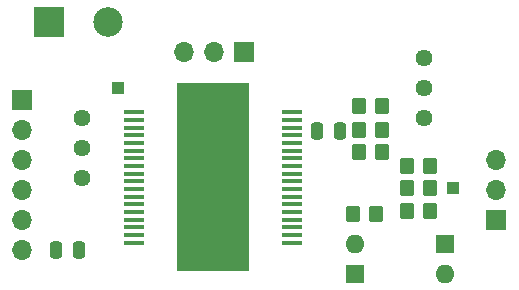
<source format=gbr>
%TF.GenerationSoftware,KiCad,Pcbnew,7.0.11+dfsg-1build4*%
%TF.CreationDate,2024-08-04T00:39:12+02:00*%
%TF.ProjectId,SmallESC,536d616c-6c45-4534-932e-6b696361645f,rev?*%
%TF.SameCoordinates,Original*%
%TF.FileFunction,Soldermask,Top*%
%TF.FilePolarity,Negative*%
%FSLAX46Y46*%
G04 Gerber Fmt 4.6, Leading zero omitted, Abs format (unit mm)*
G04 Created by KiCad (PCBNEW 7.0.11+dfsg-1build4) date 2024-08-04 00:39:12*
%MOMM*%
%LPD*%
G01*
G04 APERTURE LIST*
G04 Aperture macros list*
%AMRoundRect*
0 Rectangle with rounded corners*
0 $1 Rounding radius*
0 $2 $3 $4 $5 $6 $7 $8 $9 X,Y pos of 4 corners*
0 Add a 4 corners polygon primitive as box body*
4,1,4,$2,$3,$4,$5,$6,$7,$8,$9,$2,$3,0*
0 Add four circle primitives for the rounded corners*
1,1,$1+$1,$2,$3*
1,1,$1+$1,$4,$5*
1,1,$1+$1,$6,$7*
1,1,$1+$1,$8,$9*
0 Add four rect primitives between the rounded corners*
20,1,$1+$1,$2,$3,$4,$5,0*
20,1,$1+$1,$4,$5,$6,$7,0*
20,1,$1+$1,$6,$7,$8,$9,0*
20,1,$1+$1,$8,$9,$2,$3,0*%
G04 Aperture macros list end*
%ADD10R,2.500000X2.500000*%
%ADD11C,2.500000*%
%ADD12R,1.600000X1.600000*%
%ADD13O,1.600000X1.600000*%
%ADD14RoundRect,0.250000X-0.350000X-0.450000X0.350000X-0.450000X0.350000X0.450000X-0.350000X0.450000X0*%
%ADD15C,1.440000*%
%ADD16RoundRect,0.250000X0.350000X0.450000X-0.350000X0.450000X-0.350000X-0.450000X0.350000X-0.450000X0*%
%ADD17R,1.700000X1.700000*%
%ADD18O,1.700000X1.700000*%
%ADD19RoundRect,0.250000X-0.250000X-0.475000X0.250000X-0.475000X0.250000X0.475000X-0.250000X0.475000X0*%
%ADD20R,1.792199X0.431000*%
%ADD21R,6.197600X16.002001*%
%ADD22R,1.000000X1.000000*%
G04 APERTURE END LIST*
D10*
%TO.C,J1*%
X53086000Y-51816000D03*
D11*
X58086000Y-51816000D03*
%TD*%
D12*
%TO.C,D2*%
X86614000Y-70612000D03*
D13*
X78994000Y-70612000D03*
%TD*%
D14*
%TO.C,R6*%
X79280000Y-60960000D03*
X81280000Y-60960000D03*
%TD*%
D15*
%TO.C,RV2*%
X84836000Y-54864000D03*
X84836000Y-57404000D03*
X84836000Y-59944000D03*
%TD*%
D16*
%TO.C,R2*%
X83328000Y-65913000D03*
X85328000Y-65913000D03*
%TD*%
D17*
%TO.C,J4*%
X90932000Y-68580000D03*
D18*
X90932000Y-66040000D03*
X90932000Y-63500000D03*
%TD*%
D19*
%TO.C,C1*%
X53660000Y-71120000D03*
X55560000Y-71120000D03*
%TD*%
%TO.C,C3*%
X75758000Y-61087000D03*
X77658000Y-61087000D03*
%TD*%
D14*
%TO.C,R7*%
X79264000Y-58928000D03*
X81264000Y-58928000D03*
%TD*%
D15*
%TO.C,RV1*%
X55880000Y-59944000D03*
X55880000Y-62484000D03*
X55880000Y-65024000D03*
%TD*%
D16*
%TO.C,R1*%
X85328000Y-67818000D03*
X83328000Y-67818000D03*
%TD*%
D17*
%TO.C,J2*%
X69581000Y-54356000D03*
D18*
X67041000Y-54356000D03*
X64501000Y-54356000D03*
%TD*%
D16*
%TO.C,R3*%
X85328000Y-64008000D03*
X83328000Y-64008000D03*
%TD*%
D17*
%TO.C,J3*%
X50800000Y-58420000D03*
D18*
X50800000Y-60960000D03*
X50800000Y-63500000D03*
X50800000Y-66040000D03*
X50800000Y-68580000D03*
X50800000Y-71120000D03*
%TD*%
D20*
%TO.C,U1*%
X73660000Y-70530001D03*
X73660000Y-69880000D03*
X73660000Y-69229999D03*
X73660000Y-68580000D03*
X73660000Y-67929999D03*
X73660000Y-67280000D03*
X73660000Y-66629999D03*
X73660000Y-65980000D03*
X73660000Y-65329999D03*
X73660000Y-64680000D03*
X73660000Y-64029999D03*
X73660000Y-63380000D03*
X73660000Y-62729999D03*
X73660000Y-62080001D03*
X73660000Y-61429999D03*
X73660000Y-60780001D03*
X73660000Y-60130002D03*
X73660000Y-59480001D03*
X60248800Y-59480001D03*
X60248800Y-60130002D03*
X60248800Y-60780001D03*
X60248800Y-61430002D03*
X60248800Y-62080001D03*
X60248800Y-62730002D03*
X60248800Y-63380000D03*
X60248800Y-64030002D03*
X60248800Y-64680000D03*
X60248800Y-65330002D03*
X60248800Y-65980000D03*
X60248800Y-66630002D03*
X60248800Y-67280000D03*
X60248800Y-67930001D03*
X60248800Y-68580000D03*
X60248800Y-69230001D03*
X60248800Y-69880000D03*
X60248800Y-70530001D03*
D21*
X66954400Y-65005001D03*
%TD*%
D14*
%TO.C,R5*%
X79280000Y-62865000D03*
X81280000Y-62865000D03*
%TD*%
D16*
%TO.C,R4*%
X80756000Y-68072000D03*
X78756000Y-68072000D03*
%TD*%
D22*
%TO.C,5V*%
X87249000Y-65913000D03*
%TD*%
%TO.C,TACHO*%
X58928000Y-57404000D03*
%TD*%
D12*
%TO.C,D3*%
X78994000Y-73152000D03*
D13*
X86614000Y-73152000D03*
%TD*%
M02*

</source>
